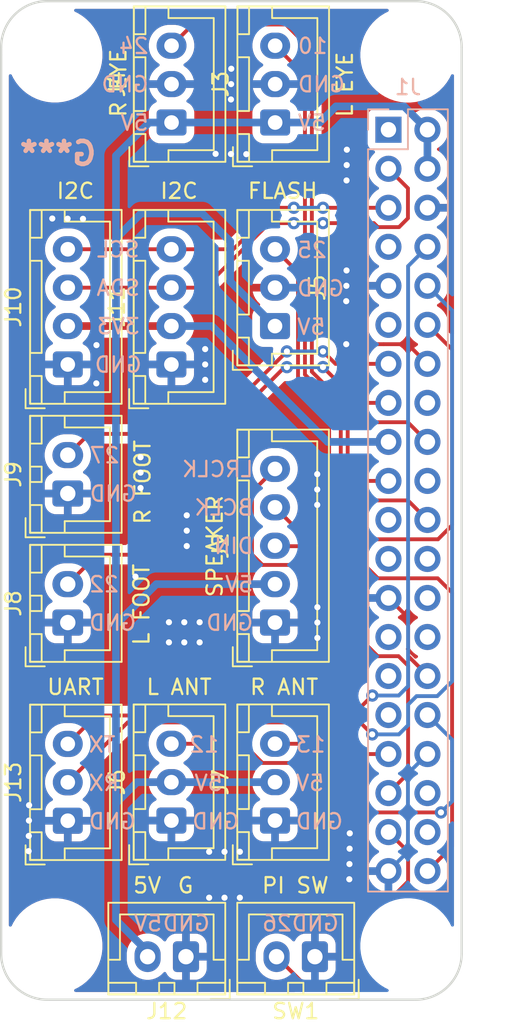
<source format=kicad_pcb>
(kicad_pcb (version 20240108) (generator "pcbnew") (generator_version "8.0")
  (layers (0 "F.Cu" signal) (31 "B.Cu" signal) (34 "B.Paste" user) (35 "F.Paste" user) (36 "B.SilkS" user "B.Silkscreen") (37 "F.SilkS" user "F.Silkscreen") (38 "B.Mask" user) (39 "F.Mask" user) (44 "Edge.Cuts" user))
  (net 0 "")
  (net 1 "+3V3")
  (net 2 "I2S_DIN")
  (net 3 "GND")
  (net 4 "I2S_LRCLK")
  (net 10 "GPIO25")
  (net 11 "RX")
  (net 14 "GPIO13")
  (net 15 "I2S_BCLK")
  (net 16 "GPIO24")
  (net 17 "SCL")
  (net 18 "TX")
  (net 19 "+5V")
  (net 20 "SDA")
  (net 24 "GPIO12")
  (net 25 "GPIO22")
  (net 26 "GPIO27")
  (net 29 "GPIO26")
  (net 30 "GPIO10")
  (footprint "Connector_JST:JST_XH_B3B-XH-A_1x03_P2.50mm_Vertical" (layer "F.Cu") (at 210.15 49.77 90)
    (property "Reference" "J5" (at 2.5 2.75 90) (layer "F.SilkS"))
    (property "Value" "FLASHLIGHT")
    (pad "1" thru_hole roundrect (at 0 0 90) (size 1.7 1.95) (drill 0.95) (layers "*.Cu" "*.Mask") (roundrect_rratio 0.147059) (net 19 "+5V"))
    (pad "2" thru_hole oval (at 2.5 0 90) (size 1.7 1.95) (drill 0.95) (layers "*.Cu" "*.Mask") (net 3 "GND"))
    (pad "3" thru_hole oval (at 5 0 90) (size 1.7 1.95) (drill 0.95) (layers "*.Cu" "*.Mask") (net 10 "GPIO25"))
  )
  (footprint "Connector_JST:JST_XH_B3B-XH-A_1x03_P2.50mm_Vertical" (layer "F.Cu") (at 196.65 81.97 90)
    (property "Reference" "J13" (at 2.5 -3.55 90) (layer "F.SilkS"))
    (property "Value" "UART")
    (pad "1" thru_hole roundrect (at 0 0 90) (size 1.7 1.95) (drill 0.95) (layers "*.Cu" "*.Mask") (roundrect_rratio 0.147059) (net 3 "GND"))
    (pad "2" thru_hole oval (at 2.5 0 90) (size 1.7 1.95) (drill 0.95) (layers "*.Cu" "*.Mask") (net 11 "RX"))
    (pad "3" thru_hole oval (at 5 0 90) (size 1.7 1.95) (drill 0.95) (layers "*.Cu" "*.Mask") (net 18 "TX"))
  )
  (footprint "Connector_JST:JST_XH_B4B-XH-A_1x04_P2.50mm_Vertical" (layer "F.Cu") (at 203.4 52.27 90)
    (property "Reference" "J11" (at 3.75 -3.55 90) (layer "F.SilkS"))
    (property "Value" "I2C_1")
    (pad "1" thru_hole roundrect (at 0 0 90) (size 1.7 1.95) (drill 0.95) (layers "*.Cu" "*.Mask") (roundrect_rratio 0.147059) (net 3 "GND"))
    (pad "2" thru_hole oval (at 2.5 0 90) (size 1.7 1.95) (drill 0.95) (layers "*.Cu" "*.Mask") (net 1 "+3V3"))
    (pad "3" thru_hole oval (at 5 0 90) (size 1.7 1.95) (drill 0.95) (layers "*.Cu" "*.Mask") (net 20 "SDA"))
    (pad "4" thru_hole oval (at 7.5 0 90) (size 1.7 1.95) (drill 0.95) (layers "*.Cu" "*.Mask") (net 17 "SCL"))
  )
  (footprint "lib:MountingHole_2.7mm_M2.5_uHAT_RPi" (layer "F.Cu") (at 195.81 32.12 -90)
    (property "Reference" "H4" (hide yes))
    (property "Value" "MountingHole" (hide yes))
    (pad "" np_thru_hole circle (at 0 0 270) (size 2.7 2.7) (drill 2.7) (layers "F&B.Cu" "*.Mask") (clearance 1.75))
  )
  (footprint "Connector_JST:JST_XH_B2B-XH-A_1x02_P2.50mm_Vertical" (layer "F.Cu") (at 204.35 90.82 180)
    (property "Reference" "J12" (at 1.25 -3.55 0) (layer "F.SilkS"))
    (property "Value" "POWER")
    (pad "1" thru_hole roundrect (at 0 0 180) (size 1.7 2) (drill 1) (layers "*.Cu" "*.Mask") (roundrect_rratio 0.147059) (net 3 "GND"))
    (pad "2" thru_hole oval (at 2.5 0 180) (size 1.7 2) (drill 1) (layers "*.Cu" "*.Mask") (net 19 "+5V"))
  )
  (footprint "Connector_JST:JST_XH_B3B-XH-A_1x03_P2.50mm_Vertical" (layer "F.Cu") (at 210.16 36.52 90)
    (property "Reference" "J3" (at 2.5 -3.55 90) (layer "F.SilkS"))
    (property "Value" "LEFT EYE")
    (pad "1" thru_hole roundrect (at 0 0 90) (size 1.7 1.95) (drill 0.95) (layers "*.Cu" "*.Mask") (roundrect_rratio 0.147059) (net 19 "+5V"))
    (pad "2" thru_hole oval (at 2.5 0 90) (size 1.7 1.95) (drill 0.95) (layers "*.Cu" "*.Mask") (net 3 "GND"))
    (pad "3" thru_hole oval (at 5 0 90) (size 1.7 1.95) (drill 0.95) (layers "*.Cu" "*.Mask") (net 30 "GPIO10"))
  )
  (footprint "lib:MountingHole_2.7mm_M2.5_uHAT_RPi" (layer "F.Cu") (at 218.81 90.12 -90)
    (property "Reference" "H2" (hide yes))
    (property "Value" "MountingHole" (hide yes))
    (pad "" np_thru_hole circle (at 0 0 270) (size 2.7 2.7) (drill 2.7) (layers "F&B.Cu" "*.Mask") (clearance 1.75))
  )
  (footprint "Connector_JST:JST_XH_B5B-XH-A_1x05_P2.50mm_Vertical" (layer "F.Cu") (at 210.15 69.07 90)
    (property "Reference" "J2" (at 5 -3.55 90) (layer "F.SilkS"))
    (property "Value" "Speaker")
    (pad "1" thru_hole roundrect (at 0 0 90) (size 1.7 1.95) (drill 0.95) (layers "*.Cu" "*.Mask") (roundrect_rratio 0.147059) (net 3 "GND"))
    (pad "2" thru_hole oval (at 2.5 0 90) (size 1.7 1.95) (drill 0.95) (layers "*.Cu" "*.Mask") (net 19 "+5V"))
    (pad "3" thru_hole oval (at 5 0 90) (size 1.7 1.95) (drill 0.95) (layers "*.Cu" "*.Mask") (net 2 "I2S_DIN"))
    (pad "4" thru_hole oval (at 7.5 0 90) (size 1.7 1.95) (drill 0.95) (layers "*.Cu" "*.Mask") (net 15 "I2S_BCLK"))
    (pad "5" thru_hole oval (at 10 0 90) (size 1.7 1.95) (drill 0.95) (layers "*.Cu" "*.Mask") (net 4 "I2S_LRCLK"))
  )
  (footprint "Connector_JST:JST_XH_B3B-XH-A_1x03_P2.50mm_Vertical" (layer "F.Cu") (at 203.41 36.52 90)
    (property "Reference" "J4" (at 2.5 -3.55 90) (layer "F.SilkS"))
    (property "Value" "RIGHT EYE")
    (pad "1" thru_hole roundrect (at 0 0 90) (size 1.7 1.95) (drill 0.95) (layers "*.Cu" "*.Mask") (roundrect_rratio 0.147059) (net 19 "+5V"))
    (pad "2" thru_hole oval (at 2.5 0 90) (size 1.7 1.95) (drill 0.95) (layers "*.Cu" "*.Mask") (net 3 "GND"))
    (pad "3" thru_hole oval (at 5 0 90) (size 1.7 1.95) (drill 0.95) (layers "*.Cu" "*.Mask") (net 16 "GPIO24"))
  )
  (footprint "lib:MountingHole_2.7mm_M2.5_uHAT_RPi" (layer "F.Cu") (at 195.81 90.12 -90)
    (property "Reference" "H3" (hide yes))
    (property "Value" "MountingHole" (hide yes))
    (pad "" np_thru_hole circle (at 0 0 270) (size 2.7 2.7) (drill 2.7) (layers "F&B.Cu" "*.Mask") (clearance 1.75))
  )
  (footprint "Connector_JST:JST_XH_B4B-XH-A_1x04_P2.50mm_Vertical" (layer "F.Cu") (at 196.65 52.27 90)
    (property "Reference" "J10" (at 3.75 -3.55 90) (layer "F.SilkS"))
    (property "Value" "I2C_0")
    (pad "1" thru_hole roundrect (at 0 0 90) (size 1.7 1.95) (drill 0.95) (layers "*.Cu" "*.Mask") (roundrect_rratio 0.147059) (net 3 "GND"))
    (pad "2" thru_hole oval (at 2.5 0 90) (size 1.7 1.95) (drill 0.95) (layers "*.Cu" "*.Mask") (net 1 "+3V3"))
    (pad "3" thru_hole oval (at 5 0 90) (size 1.7 1.95) (drill 0.95) (layers "*.Cu" "*.Mask") (net 20 "SDA"))
    (pad "4" thru_hole oval (at 7.5 0 90) (size 1.7 1.95) (drill 0.95) (layers "*.Cu" "*.Mask") (net 17 "SCL"))
  )
  (footprint "Connector_JST:JST_XH_B2B-XH-A_1x02_P2.50mm_Vertical" (layer "F.Cu") (at 212.75 90.82 180)
    (property "Reference" "SW1" (at 1.25 -3.55 0) (layer "F.SilkS"))
    (property "Value" "PI_SW")
    (pad "1" thru_hole roundrect (at 0 0 180) (size 1.7 2) (drill 1) (layers "*.Cu" "*.Mask") (roundrect_rratio 0.147059) (net 3 "GND"))
    (pad "2" thru_hole oval (at 2.5 0 180) (size 1.7 2) (drill 1) (layers "*.Cu" "*.Mask") (net 29 "GPIO26"))
  )
  (footprint "Connector_JST:JST_XH_B3B-XH-A_1x03_P2.50mm_Vertical" (layer "F.Cu") (at 210.15 81.96 90)
    (property "Reference" "J7" (at 2.5 -3.55 90) (layer "F.SilkS"))
    (property "Value" "RIGHT ANTENNA")
    (pad "1" thru_hole roundrect (at 0 0 90) (size 1.7 1.95) (drill 0.95) (layers "*.Cu" "*.Mask") (roundrect_rratio 0.147059) (net 3 "GND"))
    (pad "2" thru_hole oval (at 2.5 0 90) (size 1.7 1.95) (drill 0.95) (layers "*.Cu" "*.Mask") (net 19 "+5V"))
    (pad "3" thru_hole oval (at 5 0 90) (size 1.7 1.95) (drill 0.95) (layers "*.Cu" "*.Mask") (net 14 "GPIO13"))
  )
  (footprint "lib:MountingHole_2.7mm_M2.5_uHAT_RPi" (layer "F.Cu") (at 218.81 32.12 -90)
    (property "Reference" "H1" (hide yes))
    (property "Value" "MountingHole" (hide yes))
    (pad "" np_thru_hole circle (at 0 0 270) (size 2.7 2.7) (drill 2.7) (layers "F&B.Cu" "*.Mask") (clearance 1.75))
  )
  (footprint "Connector_JST:JST_XH_B2B-XH-A_1x02_P2.50mm_Vertical" (layer "F.Cu") (at 196.65 69.07 90)
    (property "Reference" "J8" (at 1.25 -3.55 90) (layer "F.SilkS"))
    (property "Value" "LEFT FOOT")
    (pad "1" thru_hole roundrect (at 0 0 90) (size 1.7 2) (drill 1) (layers "*.Cu" "*.Mask") (roundrect_rratio 0.147059) (net 3 "GND"))
    (pad "2" thru_hole oval (at 2.5 0 90) (size 1.7 2) (drill 1) (layers "*.Cu" "*.Mask") (net 25 "GPIO22"))
  )
  (footprint "Connector_JST:JST_XH_B3B-XH-A_1x03_P2.50mm_Vertical" (layer "F.Cu") (at 203.4 81.96 90)
    (property "Reference" "J6" (at 2.5 -3.55 90) (layer "F.SilkS"))
    (property "Value" "LEFT ANTENNA")
    (pad "1" thru_hole roundrect (at 0 0 90) (size 1.7 1.95) (drill 0.95) (layers "*.Cu" "*.Mask") (roundrect_rratio 0.147059) (net 3 "GND"))
    (pad "2" thru_hole oval (at 2.5 0 90) (size 1.7 1.95) (drill 0.95) (layers "*.Cu" "*.Mask") (net 19 "+5V"))
    (pad "3" thru_hole oval (at 5 0 90) (size 1.7 1.95) (drill 0.95) (layers "*.Cu" "*.Mask") (net 24 "GPIO12"))
  )
  (footprint "Connector_JST:JST_XH_B2B-XH-A_1x02_P2.50mm_Vertical" (layer "F.Cu") (at 196.65 60.67 90)
    (property "Reference" "J9" (at 1.25 -3.55 90) (layer "F.SilkS"))
    (property "Value" "RIGHT FOOT")
    (pad "1" thru_hole roundrect (at 0 0 90) (size 1.7 2) (drill 1) (layers "*.Cu" "*.Mask") (roundrect_rratio 0.147059) (net 3 "GND"))
    (pad "2" thru_hole oval (at 2.5 0 90) (size 1.7 2) (drill 1) (layers "*.Cu" "*.Mask") (net 26 "GPIO27"))
  )
  (footprint "Connector_PinSocket_2.54mm:PinSocket_2x20_P2.54mm_Vertical" (layer "B.Cu") (at 217.54 36.99 180)
    (property "Reference" "J1" (at -1.27 2.77 0) (layer "B.SilkS") (effects (justify mirror)))
    (property "Value" "Raspberry_Pi_2_3")
    (pad "1" thru_hole rect (at 0 0 180) (size 1.7 1.7) (drill 1) (layers "*.Cu" "*.Mask") (net 1 "+3V3"))
    (pad "2" thru_hole oval (at -2.54 0 180) (size 1.7 1.7) (drill 1) (layers "*.Cu" "*.Mask") (net 19 "+5V"))
    (pad "3" thru_hole oval (at 0 -2.54 180) (size 1.7 1.7) (drill 1) (layers "*.Cu" "*.Mask") (net 20 "SDA"))
    (pad "4" thru_hole oval (at -2.54 -2.54 180) (size 1.7 1.7) (drill 1) (layers "*.Cu" "*.Mask") (net 19 "+5V"))
    (pad "5" thru_hole oval (at 0 -5.08 180) (size 1.7 1.7) (drill 1) (layers "*.Cu" "*.Mask") (net 17 "SCL"))
    (pad "6" thru_hole oval (at -2.54 -5.08 180) (size 1.7 1.7) (drill 1) (layers "*.Cu" "*.Mask") (net 3 "GND"))
    (pad "7" thru_hole oval (at 0 -7.62 180) (size 1.7 1.7) (drill 1) (layers "*.Cu" "*.Mask"))
    (pad "8" thru_hole oval (at -2.54 -7.62 180) (size 1.7 1.7) (drill 1) (layers "*.Cu" "*.Mask") (net 18 "TX"))
    (pad "9" thru_hole oval (at 0 -10.16 180) (size 1.7 1.7) (drill 1) (layers "*.Cu" "*.Mask") (net 3 "GND"))
    (pad "10" thru_hole oval (at -2.54 -10.16 180) (size 1.7 1.7) (drill 1) (layers "*.Cu" "*.Mask") (net 11 "RX"))
    (pad "11" thru_hole oval (at 0 -12.7 180) (size 1.7 1.7) (drill 1) (layers "*.Cu" "*.Mask"))
    (pad "12" thru_hole oval (at -2.54 -12.7 180) (size 1.7 1.7) (drill 1) (layers "*.Cu" "*.Mask") (net 15 "I2S_BCLK"))
    (pad "13" thru_hole oval (at 0 -15.24 180) (size 1.7 1.7) (drill 1) (layers "*.Cu" "*.Mask") (net 26 "GPIO27"))
    (pad "14" thru_hole oval (at -2.54 -15.24 180) (size 1.7 1.7) (drill 1) (layers "*.Cu" "*.Mask") (net 3 "GND"))
    (pad "15" thru_hole oval (at 0 -17.78 180) (size 1.7 1.7) (drill 1) (layers "*.Cu" "*.Mask") (net 25 "GPIO22"))
    (pad "16" thru_hole oval (at -2.54 -17.78 180) (size 1.7 1.7) (drill 1) (layers "*.Cu" "*.Mask"))
    (pad "17" thru_hole oval (at 0 -20.32 180) (size 1.7 1.7) (drill 1) (layers "*.Cu" "*.Mask") (net 1 "+3V3"))
    (pad "18" thru_hole oval (at -2.54 -20.32 180) (size 1.7 1.7) (drill 1) (layers "*.Cu" "*.Mask") (net 16 "GPIO24"))
    (pad "19" thru_hole oval (at 0 -22.86 180) (size 1.7 1.7) (drill 1) (layers "*.Cu" "*.Mask") (net 30 "GPIO10"))
    (pad "20" thru_hole oval (at -2.54 -22.86 180) (size 1.7 1.7) (drill 1) (layers "*.Cu" "*.Mask") (net 3 "GND"))
    (pad "21" thru_hole oval (at 0 -25.4 180) (size 1.7 1.7) (drill 1) (layers "*.Cu" "*.Mask"))
    (pad "22" thru_hole oval (at -2.54 -25.4 180) (size 1.7 1.7) (drill 1) (layers "*.Cu" "*.Mask") (net 10 "GPIO25"))
    (pad "23" thru_hole oval (at 0 -27.94 180) (size 1.7 1.7) (drill 1) (layers "*.Cu" "*.Mask"))
    (pad "24" thru_hole oval (at -2.54 -27.94 180) (size 1.7 1.7) (drill 1) (layers "*.Cu" "*.Mask"))
    (pad "25" thru_hole oval (at 0 -30.48 180) (size 1.7 1.7) (drill 1) (layers "*.Cu" "*.Mask") (net 3 "GND"))
    (pad "26" thru_hole oval (at -2.54 -30.48 180) (size 1.7 1.7) (drill 1) (layers "*.Cu" "*.Mask"))
    (pad "27" thru_hole oval (at 0 -33.02 180) (size 1.7 1.7) (drill 1) (layers "*.Cu" "*.Mask"))
    (pad "28" thru_hole oval (at -2.54 -33.02 180) (size 1.7 1.7) (drill 1) (layers "*.Cu" "*.Mask"))
    (pad "29" thru_hole oval (at 0 -35.56 180) (size 1.7 1.7) (drill 1) (layers "*.Cu" "*.Mask"))
    (pad "30" thru_hole oval (at -2.54 -35.56 180) (size 1.7 1.7) (drill 1) (layers "*.Cu" "*.Mask") (net 3 "GND"))
    (pad "31" thru_hole oval (at 0 -38.1 180) (size 1.7 1.7) (drill 1) (layers "*.Cu" "*.Mask"))
    (pad "32" thru_hole oval (at -2.54 -38.1 180) (size 1.7 1.7) (drill 1) (layers "*.Cu" "*.Mask") (net 24 "GPIO12"))
    (pad "33" thru_hole oval (at 0 -40.64 180) (size 1.7 1.7) (drill 1) (layers "*.Cu" "*.Mask") (net 14 "GPIO13"))
    (pad "34" thru_hole oval (at -2.54 -40.64 180) (size 1.7 1.7) (drill 1) (layers "*.Cu" "*.Mask") (net 3 "GND"))
    (pad "35" thru_hole oval (at 0 -43.18 180) (size 1.7 1.7) (drill 1) (layers "*.Cu" "*.Mask") (net 4 "I2S_LRCLK"))
    (pad "36" thru_hole oval (at -2.54 -43.18 180) (size 1.7 1.7) (drill 1) (layers "*.Cu" "*.Mask"))
    (pad "37" thru_hole oval (at 0 -45.72 180) (size 1.7 1.7) (drill 1) (layers "*.Cu" "*.Mask") (net 29 "GPIO26"))
    (pad "38" thru_hole oval (at -2.54 -45.72 180) (size 1.7 1.7) (drill 1) (layers "*.Cu" "*.Mask"))
    (pad "39" thru_hole oval (at 0 -48.26 180) (size 1.7 1.7) (drill 1) (layers "*.Cu" "*.Mask") (net 3 "GND"))
    (pad "40" thru_hole oval (at -2.54 -48.26 180) (size 1.7 1.7) (drill 1) (layers "*.Cu" "*.Mask") (net 2 "I2S_DIN"))
  )
  (footprint "Library:duck" (layer "B.Cu") (at 196.012 38.538 180)
    (property "Reference" "G***" (at 0 0 0) (layer "B.SilkS") (effects (font (size 1.5 1.5) (thickness 0.3)) (justify mirror)))
    (property "Value" "LOGO" (hide yes))
  )
  (gr_line (start 192.31 32.12) (end 192.31 31.62) (stroke (width 0.15)) (layer "Edge.Cuts"))
  (gr_arc (start 195.31 93.62) (mid 193.18868 92.74132) (end 192.31 90.62) (stroke (width 0.15)) (layer "Edge.Cuts"))
  (gr_line (start 222.31 31.62) (end 222.31 90.62) (stroke (width 0.15)) (layer "Edge.Cuts"))
  (gr_line (start 192.31 90.12) (end 192.31 90.62) (stroke (width 0.15)) (layer "Edge.Cuts"))
  (gr_line (start 195.31 28.62) (end 219.31 28.62) (stroke (width 0.15)) (layer "Edge.Cuts"))
  (gr_line (start 192.31 32.12) (end 192.31 90.12) (stroke (width 0.15)) (layer "Edge.Cuts"))
  (gr_arc (start 222.31 90.62) (mid 221.43132 92.74132) (end 219.31 93.62) (stroke (width 0.15)) (layer "Edge.Cuts"))
  (gr_line (start 219.31 93.62) (end 195.31 93.62) (stroke (width 0.15)) (layer "Edge.Cuts"))
  (gr_arc (start 192.31 31.62) (mid 193.18868 29.49868) (end 195.31 28.62) (stroke (width 0.15)) (layer "Edge.Cuts"))
  (gr_arc (start 219.31 28.62) (mid 221.43132 29.49868) (end 222.31 31.62) (stroke (width 0.15)) (layer "Edge.Cuts"))
  (gr_text "GND" (at 201.178095 82.6 0) (layer "B.SilkS") (effects (font (size 1 1)) (justify left bottom mirror)))
  (gr_text "GND" (at 205.99881 89.24 0) (layer "B.SilkS") (effects (font (size 1 1)) (justify left bottom mirror)))
  (gr_text "5V" (at 208.82 67.17175 0) (layer "B.SilkS") (effects (font (size 1 1)) (justify left bottom mirror)))
  (gr_text "TX" (at 199.844762 77.6 0) (layer "B.SilkS") (effects (font (size 1 1)) (justify left bottom mirror)))
  (gr_text "5V" (at 213.56 37.12175 0) (layer "B.SilkS") (effects (font (size 1 1)) (justify left bottom mirror)))
  (gr_text "GND" (at 202 34.62175 0) (layer "B.SilkS") (effects (font (size 1 1)) (justify left bottom mirror)))
  (gr_text "24" (at 202 32.12175 0) (layer "B.SilkS") (effects (font (size 1 1)) (justify left bottom mirror)))
  (gr_text "25" (at 213.605238 45.41 0) (layer "B.SilkS") (effects (font (size 1 1)) (justify left bottom mirror)))
  (gr_text "26" (at 211.327381 89.24 0) (layer "B.SilkS") (effects (font (size 1 1)) (justify left bottom mirror)))
  (gr_text "GND" (at 214.39881 89.24 0) (layer "B.SilkS") (effects (font (size 1 1)) (justify left bottom mirror)))
  (gr_text "GND" (at 207.915238 82.6 0) (layer "B.SilkS") (effects (font (size 1 1)) (justify left bottom mirror)))
  (gr_text "3V3" (at 201.417143 50.37175 0) (layer "B.SilkS") (effects (font (size 1 1)) (justify left bottom mirror)))
  (gr_text "GND" (at 208.82 69.67175 0) (layer "B.SilkS") (effects (font (size 1 1)) (justify left bottom mirror)))
  (gr_text "GND" (at 214.798095 34.62175 0) (layer "B.SilkS") (effects (font (size 1 1)) (justify left bottom mirror)))
  (gr_text "RX" (at 200.082857 80.1 0) (layer "B.SilkS") (effects (font (size 1 1)) (justify left bottom mirror)))
  (gr_text "13" (at 213.527143 77.6 0) (layer "B.SilkS") (effects (font (size 1 1)) (justify left bottom mirror)))
  (gr_text "12" (at 206.581905 77.6 0) (layer "B.SilkS") (effects (font (size 1 1)) (justify left bottom mirror)))
  (gr_text "GND" (at 214.67 82.6 0) (layer "B.SilkS") (effects (font (size 1 1)) (justify left bottom mirror)))
  (gr_text "5V" (at 202.879762 89.24 0) (layer "B.SilkS") (effects (font (size 1 1)) (justify left bottom mirror)))
  (gr_text "GND" (at 201.56 52.87175 0) (layer "B.SilkS") (effects (font (size 1 1)) (justify left bottom mirror)))
  (gr_text "LRCLK" (at 208.82 59.67175 0) (layer "B.SilkS") (effects (font (size 1 1)) (justify left bottom mirror)))
  (gr_text "BCLK" (at 208.82 62.17175 0) (layer "B.SilkS") (effects (font (size 1 1)) (justify left bottom mirror)))
  (gr_text "GND" (at 214.748095 47.91 0) (layer "B.SilkS") (effects (font (size 1 1)) (justify left bottom mirror)))
  (gr_text "22" (at 200.06 67.17 0) (layer "B.SilkS") (effects (font (size 1 1)) (justify left bottom mirror)))
  (gr_text "DIN" (at 208.82 64.67175 0) (layer "B.SilkS") (effects (font (size 1 1)) (justify left bottom mirror)))
  (gr_text "5V" (at 213.51 50.41 0) (layer "B.SilkS") (effects (font (size 1 1)) (justify left bottom mirror)))
  (gr_text "5V" (at 213.431905 80.1 0) (layer "B.SilkS") (effects (font (size 1 1)) (justify left bottom mirror)))
  (gr_text "5V" (at 202 37.12175 0) (layer "B.SilkS") (effects (font (size 1 1)) (justify left bottom mirror)))
  (gr_text "5V" (at 206.82 80.1 0) (layer "B.SilkS") (effects (font (size 1 1)) (justify left bottom mirror)))
  (gr_text "10" (at 213.655238 32.12175 0) (layer "B.SilkS") (effects (font (size 1 1)) (justify left bottom mirror)))
  (gr_text "SDA" (at 201.440952 47.87175 0) (layer "B.SilkS") (effects (font (size 1 1)) (justify left bottom mirror)))
  (gr_text "SCL" (at 201.417143 45.37175 0) (layer "B.SilkS") (effects (font (size 1 1)) (justify left bottom mirror)))
  (gr_text "27" (at 200.097143 58.77175 0) (layer "B.SilkS") (effects (font (size 1 1)) (justify left bottom mirror)))
  (gr_text "GND" (at 201.24 61.27175 0) (layer "B.SilkS") (effects (font (size 1 1)) (justify left bottom mirror)))
  (gr_text "GND" (at 201.202857 69.67 0) (layer "B.SilkS") (effects (font (size 1 1)) (justify left bottom mirror)))
  (gr_text "5V" (at 200.820238 86.77 0) (layer "F.SilkS") (effects (font (size 1 1)) (justify left bottom)))
  (gr_text "L FOOT" (at 202.04 70.64 90) (layer "F.SilkS") (effects (font (size 1 1)) (justify left bottom)))
  (gr_text "I2C" (at 202.585715 41.56 0) (layer "F.SilkS") (effects (font (size 1 1)) (justify left bottom)))
  (gr_text "FLASH" (at 208.288095 41.56 0) (layer "F.SilkS") (effects (font (size 1 1)) (justify left bottom)))
  (gr_text "R ANT" (at 208.430952 73.85 0) (layer "F.SilkS") (effects (font (size 1 1)) (justify left bottom)))
  (gr_text "G" (at 203.725 86.77 0) (layer "F.SilkS") (effects (font (size 1 1)) (justify left bottom)))
  (gr_text "L ANT" (at 201.680952 73.85 0) (layer "F.SilkS") (effects (font (size 1 1)) (justify left bottom)))
  (gr_text "I2C" (at 195.835715 41.56 0) (layer "F.SilkS") (effects (font (size 1 1)) (justify left bottom)))
  (gr_text "SPEAKER" (at 206.81 67.504524 90) (layer "F.SilkS") (effects (font (size 1 1)) (justify left bottom)))
  (gr_text "PI SW" (at 209.208334 86.77 0) (layer "F.SilkS") (effects (font (size 1 1)) (justify left bottom)))
  (gr_text "UART" (at 195.216667 73.85 0) (layer "F.SilkS") (effects (font (size 1 1)) (justify left bottom)))
  (gr_text "L EYE" (at 215.28675 36.264048 90) (layer "F.SilkS") (effects (font (size 1 1)) (justify left bottom)))
  (gr_text "R EYE" (at 200.53675 36.264048 90) (layer "F.SilkS") (effects (font (size 1 1)) (justify left bottom)))
  (gr_text "R FOOT" (at 202.11 62.77 90) (layer "F.SilkS") (effects (font (size 1 1)) (justify left bottom)))
  (segment (start 196.65 49.77) (end 203.4 49.77) (width 0.5) (layer "F.Cu") (net 1))
  (segment (start 213.58 57.31) (end 217.54 57.31) (width 0.5) (layer "B.Cu") (net 1))
  (segment (start 206.04 49.77) (end 213.58 57.31) (width 0.5) (layer "B.Cu") (net 1))
  (segment (start 203.4 49.77) (end 206.04 49.77) (width 0.5) (layer "B.Cu") (net 1))
  (segment (start 220.75 66.19) (end 216.85 66.19) (width 0.25) (layer "F.Cu") (net 2))
  (segment (start 220.08 85.25) (end 221.685 83.645) (width 0.25) (layer "F.Cu") (net 2))
  (segment (start 221.685 83.645) (end 221.685 67.125) (width 0.25) (layer "F.Cu") (net 2))
  (segment (start 214.76 64.1) (end 210.18 64.1) (width 0.25) (layer "F.Cu") (net 2))
  (segment (start 210.18 64.1) (end 210.15 64.07) (width 0.25) (layer "F.Cu") (net 2))
  (segment (start 221.685 67.125) (end 220.75 66.19) (width 0.25) (layer "F.Cu") (net 2))
  (segment (start 216.85 66.19) (end 214.76 64.1) (width 0.25) (layer "F.Cu") (net 2))
  (segment (start 220.08 52.23) (end 218.8 50.95) (width 0.25) (layer "F.Cu") (net 3))
  (segment (start 218.8 50.95) (end 217.22 50.95) (width 0.25) (layer "F.Cu") (net 3))
  (segment (start 218.82 71.243604) (end 220.08 72.503604) (width 0.25) (layer "F.Cu") (net 3))
  (segment (start 218.82 68.75) (end 218.82 71.243604) (width 0.25) (layer "F.Cu") (net 3))
  (segment (start 220.08 72.503604) (end 220.08 72.55) (width 0.25) (layer "F.Cu") (net 3))
  (segment (start 217.22 50.95) (end 215.57 50.95) (width 0.25) (layer "F.Cu") (net 3))
  (segment (start 217.54 67.47) (end 218.82 68.75) (width 0.25) (layer "F.Cu") (net 3))
  (segment (start 215.57 50.95) (end 214.79 50.95) (width 0.25) (layer "F.Cu") (net 3))
  (via (at 214.8 47.15) (size 0.8) (drill 0.4) (layers "F.Cu" "B.Cu") (net 3))
  (via (at 194.13 80.96) (size 0.8) (drill 0.4) (layers "F.Cu" "B.Cu") (net 3))
  (via (at 205.86 83.99) (size 0.8) (drill 0.4) (layers "F.Cu" "B.Cu") (net 3))
  (via (at 206.28 38.56) (size 0.8) (drill 0.4) (layers "F.Cu" "B.Cu") (net 3))
  (via (at 215 84.79) (size 0.8) (drill 0.4) (layers "F.Cu" "B.Cu") (net 3))
  (via (at 207.28 38.57) (size 0.8) (drill 0.4) (layers "F.Cu" "B.Cu") (net 3))
  (via (at 204.24 69.05) (size 0.8) (drill 0.4) (layers "F.Cu" "B.Cu") (net 3))
  (via (at 196.64 42.78) (size 0.8) (drill 0.4) (layers "F.Cu" "B.Cu") (net 3))
  (via (at 207.28 35.02) (size 0.8) (drill 0.4) (layers "F.Cu" "B.Cu") (net 3))
  (via (at 207.29 34.02) (size 0.8) (drill 0.4) (layers "F.Cu" "B.Cu") (net 3))
  (via (at 201.06 66.08) (size 0.8) (drill 0.4) (layers "F.Cu" "B.Cu") (net 3))
  (via (at 205.24 70.36) (size 0.8) (drill 0.4) (layers "F.Cu" "B.Cu") (net 3))
  (via (at 214.99 85.78) (size 0.8) (drill 0.4) (layers "F.Cu" "B.Cu") (net 3))
  (via (at 207.3 33.02) (size 0.8) (drill 0.4) (layers "F.Cu" "B.Cu") (net 3))
  (via (at 214.79 48.15) (size 0.8) (drill 0.4) (layers "F.Cu" "B.Cu") (net 3))
  (via (at 197.64 42.79) (size 0.8) (drill 0.4) (layers "F.Cu" "B.Cu") (net 3))
  (via (at 205.6 53.27) (size 0.8) (drill 0.4) (layers "F.Cu" "B.Cu") (net 3))
  (via (at 214.81 46.15) (size 0.8) (drill 0.4) (layers "F.Cu" "B.Cu") (net 3))
  (via (at 194.11 82.96) (size 0.8) (drill 0.4) (layers "F.Cu" "B.Cu") (net 3))
  (via (at 205.6 51.27) (size 0.8) (drill 0.4) (layers "F.Cu" "B.Cu") (net 3))
  (via (at 207.86 86.98) (size 0.8) (drill 0.4) (layers "F.Cu" "B.Cu") (net 3))
  (via (at 194.12 81.96) (size 0.8) (drill 0.4) (layers "F.Cu" "B.Cu") (net 3))
  (via (at 204.4 63.09) (size 0.8) (drill 0.4) (layers "F.Cu" "B.Cu") (net 3))
  (via (at 212.91 70.07) (size 0.8) (drill 0.4) (layers "F.Cu" "B.Cu") (net 3))
  (via (at 195.64 42.77) (size 0.8) (drill 0.4) (layers "F.Cu" "B.Cu") (net 3))
  (via (at 215.01 83.79) (size 0.8) (drill 0.4) (layers "F.Cu" "B.Cu") (net 3))
  (via (at 201.39 58.31) (size 0.8) (drill 0.4) (layers "F.Cu" "B.Cu") (net 3))
  (via (at 212.91 69.07) (size 0.8) (drill 0.4) (layers "F.Cu" "B.Cu") (net 3))
  (via (at 214.79 50.95) (size 0.8) (drill 0.4) (layers "F.Cu" "B.Cu") (net 3))
  (via (at 204.24 70.36) (size 0.8) (drill 0.4) (layers "F.Cu" "B.Cu") (net 3))
  (via (at 205.86 86.98) (size 0.8) (drill 0.4) (layers "F.Cu" "B.Cu") (net 3))
  (via (at 204.4 64.09) (size 0.8) (drill 0.4) (layers "F.Cu" "B.Cu") (net 3))
  (via (at 203.24 70.36) (size 0.8) (drill 0.4) (layers "F.Cu" "B.Cu") (net 3))
  (via (at 206.86 83.99) (size 0.8) (drill 0.4) (layers "F.Cu" "B.Cu") (net 3))
  (via (at 214.81 40.29) (size 0.8) (drill 0.4) (layers "F.Cu" "B.Cu") (net 3))
  (via (at 212.9 60.41) (size 0.8) (drill 0.4) (layers "F.Cu" "B.Cu") (net 3))
  (via (at 194.1 83.95) (size 0.8) (drill 0.4) (layers "F.Cu" "B.Cu") (net 3))
  (via (at 207.86 83.99) (size 0.8) (drill 0.4) (layers "F.Cu" "B.Cu") (net 3))
  (via (at 205.6 52.27) (size 0.8) (drill 0.4) (layers "F.Cu" "B.Cu") (net 3))
  (via (at 212.9 61.41) (size 0.8) (drill 0.4) (layers "F.Cu" "B.Cu") (net 3))
  (via (at 204.4 62.09) (size 0.8) (drill 0.4) (layers "F.Cu" "B.Cu") (net 3))
  (via (at 205.24 69.05) (size 0.8) (drill 0.4) (layers "F.Cu" "B.Cu") (net 3))
  (via (at 198.52 51.01) (size 0.8) (drill 0.4) (layers "F.Cu" "B.Cu") (net 3))
  (via (at 214.82 39.29) (size 0.8) (drill 0.4) (layers "F.Cu" "B.Cu") (net 3))
  (via (at 201.39 59.31) (size 0.8) (drill 0.4) (layers "F.Cu" "B.Cu") (net 3))
  (via (at 212.91 68.07) (size 0.8) (drill 0.4) (layers "F.Cu" "B.Cu") (net 3))
  (via (at 203.24 69.05) (size 0.8) (drill 0.4) (layers "F.Cu" "B.Cu") (net 3))
  (via (at 208.28 38.58) (size 0.8) (drill 0.4) (layers "F.Cu" "B.Cu") (net 3))
  (via (at 198.51 53.5) (size 0.8) (drill 0.4) (layers "F.Cu" "B.Cu") (net 3))
  (via (at 214.83 38.29) (size 0.8) (drill 0.4) (layers "F.Cu" "B.Cu") (net 3))
  (via (at 201.39 60.31) (size 0.8) (drill 0.4) (layers "F.Cu" "B.Cu") (net 3))
  (via (at 215.02 82.79) (size 0.8) (drill 0.4) (layers "F.Cu" "B.Cu") (net 3))
  (via (at 212.9 59.41) (size 0.8) (drill 0.4) (layers "F.Cu" "B.Cu") (net 3))
  (via (at 206.86 86.98) (size 0.8) (drill 0.4) (layers "F.Cu" "B.Cu") (net 3))
  (segment (start 218.81 83.98) (end 218.81 78.9) (width 0.25) (layer "B.Cu") (net 3))
  (segment (start 217.54 85.25) (end 218.81 83.98) (width 0.25) (layer "B.Cu") (net 3))
  (segment (start 218.81 78.9) (end 220.08 77.63) (width 0.25) (layer "B.Cu") (net 3))
  (segment (start 218.82 78.89) (end 218.82 71.88) (width 0.25) (layer "F.Cu") (net 4))
  (segment (start 209.33 65.32) (end 208.65 64.64) (width 0.25) (layer "F.Cu") (net 4))
  (segment (start 216.165 66.141396) (end 215.343604 65.32) (width 0.25) (layer "F.Cu") (net 4))
  (segment (start 217.54 80.17) (end 218.82 78.89) (width 0.25) (layer "F.Cu") (net 4))
  (segment (start 218.2 71.26) (end 216.84 71.26) (width 0.25) (layer "F.Cu") (net 4))
  (segment (start 208.65 60.57) (end 210.15 59.07) (width 0.25) (layer "F.Cu") (net 4))
  (segment (start 218.82 71.88) (end 218.2 71.26) (width 0.25) (layer "F.Cu") (net 4))
  (segment (start 216.84 71.26) (end 216.165 70.585) (width 0.25) (layer "F.Cu") (net 4))
  (segment (start 215.343604 65.32) (end 209.33 65.32) (width 0.25) (layer "F.Cu") (net 4))
  (segment (start 208.65 64.64) (end 208.65 60.57) (width 0.25) (layer "F.Cu") (net 4))
  (segment (start 216.165 70.585) (end 216.165 66.141396) (width 0.25) (layer "F.Cu") (net 4))
  (segment (start 214.433452 60.179452) (end 214.433452 55.896548) (width 0.25) (layer "F.Cu") (net 10))
  (segment (start 214.433452 55.896548) (end 211.65 53.113097) (width 0.25) (layer "F.Cu") (net 10))
  (segment (start 215.374 61.12) (end 214.433452 60.179452) (width 0.25) (layer "F.Cu") (net 10))
  (segment (start 218.81 61.12) (end 215.374 61.12) (width 0.25) (layer "F.Cu") (net 10))
  (segment (start 220.08 62.39) (end 218.81 61.12) (width 0.25) (layer "F.Cu") (net 10))
  (segment (start 211.65 46.27) (end 210.15 44.77) (width 0.25) (layer "F.Cu") (net 10))
  (segment (start 211.65 53.113097) (end 211.65 46.27) (width 0.25) (layer "F.Cu") (net 10))
  (segment (start 200.55 75.57) (end 196.65 79.47) (width 0.25) (layer "F.Cu") (net 11))
  (segment (start 216.48 76.35) (end 215.7 75.57) (width 0.25) (layer "F.Cu") (net 11))
  (segment (start 215.7 75.57) (end 200.55 75.57) (width 0.25) (layer "F.Cu") (net 11))
  (via (at 216.48 76.35) (size 0.8) (drill 0.4) (layers "F.Cu" "B.Cu") (net 11))
  (segment (start 218.22 76.35) (end 218.82 75.75) (width 0.25) (layer "B.Cu") (net 11))
  (segment (start 218.82 75.75) (end 218.82 74.41) (width 0.25) (layer "B.Cu") (net 11))
  (segment (start 219.37 73.86) (end 220.72 73.86) (width 0.25) (layer "B.Cu") (net 11))
  (segment (start 221.685 48.755) (end 220.08 47.15) (width 0.25) (layer "B.Cu") (net 11))
  (segment (start 220.72 73.86) (end 221.685 72.895) (width 0.25) (layer "B.Cu") (net 11))
  (segment (start 221.685 72.895) (end 221.685 48.755) (width 0.25) (layer "B.Cu") (net 11))
  (segment (start 216.48 76.35) (end 218.22 76.35) (width 0.25) (layer "B.Cu") (net 11))
  (segment (start 218.82 74.41) (end 219.37 73.86) (width 0.25) (layer "B.Cu") (net 11))
  (segment (start 213.44 76.96) (end 210.15 76.96) (width 0.25) (layer "F.Cu") (net 14))
  (segment (start 217.54 77.63) (end 214.11 77.63) (width 0.25) (layer "F.Cu") (net 14))
  (segment (start 214.11 77.63) (end 213.44 76.96) (width 0.25) (layer "F.Cu") (net 14))
  (segment (start 221.685 62.735) (end 220.77 63.65) (width 0.25) (layer "F.Cu") (net 15))
  (segment (start 212.23 63.65) (end 210.15 61.57) (width 0.25) (layer "F.Cu") (net 15))
  (segment (start 220.08 49.69) (end 221.685 51.295) (width 0.25) (layer "F.Cu") (net 15))
  (segment (start 221.685 51.295) (end 221.685 62.735) (width 0.25) (layer "F.Cu") (net 15))
  (segment (start 220.77 63.65) (end 212.23 63.65) (width 0.25) (layer "F.Cu") (net 15))
  (segment (start 212.55 31.83) (end 212.55 52.740305) (width 0.25) (layer "F.Cu") (net 16))
  (segment (start 215.839695 56.03) (end 218.8 56.03) (width 0.25) (layer "F.Cu") (net 16))
  (segment (start 210.86 30.14) (end 212.55 31.83) (width 0.25) (layer "F.Cu") (net 16))
  (segment (start 212.55 52.740305) (end 215.839695 56.03) (width 0.25) (layer "F.Cu") (net 16))
  (segment (start 218.8 56.03) (end 220.08 57.31) (width 0.25) (layer "F.Cu") (net 16))
  (segment (start 203.41 31.52) (end 204.79 30.14) (width 0.25) (layer "F.Cu") (net 16))
  (segment (start 204.79 30.14) (end 210.86 30.14) (width 0.25) (layer "F.Cu") (net 16))
  (segment (start 203.41 31.52) (end 203.64 31.52) (width 0.25) (layer "F.Cu") (net 16))
  (segment (start 211.375 42.07) (end 210.133604 42.07) (width 0.25) (layer "F.Cu") (net 17))
  (segment (start 207.433604 44.77) (end 203.4 44.77) (width 0.25) (layer "F.Cu") (net 17))
  (segment (start 210.133604 42.07) (end 207.433604 44.77) (width 0.25) (layer "F.Cu") (net 17))
  (segment (start 196.65 44.77) (end 203.4 44.77) (width 0.25) (layer "F.Cu") (net 17))
  (segment (start 217.54 42.07) (end 213.275 42.07) (width 0.25) (layer "F.Cu") (net 17))
  (via (at 213.275 42.07) (size 0.8) (drill 0.4) (layers "F.Cu" "B.Cu") (net 17))
  (via (at 211.375 42.07) (size 0.8) (drill 0.4) (layers "F.Cu" "B.Cu") (net 17))
  (segment (start 213.275 42.07) (end 211.375 42.07) (width 0.25) (layer "B.Cu") (net 17))
  (segment (start 215.19 75.12) (end 212.63 75.12) (width 0.25) (layer "F.Cu") (net 18))
  (segment (start 196.65 76.97) (end 198.5 75.12) (width 0.25) (layer "F.Cu") (net 18))
  (segment (start 216.49 73.82) (end 215.19 75.12) (width 0.25) (layer "F.Cu") (net 18))
  (segment (start 200.736396 75.12) (end 212.63 75.12) (width 0.25) (layer "F.Cu") (net 18))
  (segment (start 198.5 75.12) (end 200.736396 75.12) (width 0.25) (layer "F.Cu") (net 18))
  (via (at 216.49 73.82) (size 0.8) (drill 0.4) (layers "F.Cu" "B.Cu") (net 18))
  (segment (start 218.82 70.69) (end 218.82 45.87) (width 0.25) (layer "B.Cu") (net 18))
  (segment (start 218.53 73.5) (end 218.21 73.82) (width 0.25) (layer "B.Cu") (net 18))
  (segment (start 218.21 73.82) (end 216.49 73.82) (width 0.25) (layer "B.Cu") (net 18))
  (segment (start 218.82 45.87) (end 220.08 44.61) (width 0.25) (layer "B.Cu") (net 18))
  (segment (start 218.82 73.21) (end 218.53 73.5) (width 0.25) (layer "B.Cu") (net 18))
  (segment (start 218.82 70.69) (end 218.82 73.21) (width 0.25) (layer "B.Cu") (net 18))
  (segment (start 202.42 66.57) (end 210.15 66.57) (width 0.5) (layer "B.Cu") (net 19))
  (segment (start 199.79 69.2) (end 202.42 66.57) (width 0.5) (layer "B.Cu") (net 19))
  (segment (start 199.79 88.43) (end 199.79 80.83) (width 0.5) (layer "B.Cu") (net 19))
  (segment (start 201.85 90.82) (end 201.85 90.49) (width 0.5) (layer "B.Cu") (net 19))
  (segment (start 201.95 36.52) (end 203.41 36.52) (width 0.5) (layer "B.Cu") (net 19))
  (segment (start 220.08 39.53) (end 220.08 36.99) (width 0.5) (layer "B.Cu") (net 19))
  (segment (start 210.13 49.77) (end 210.15 49.77) (width 0.5) (layer "B.Cu") (net 19))
  (segment (start 199.79 80.83) (end 199.79 69.2) (width 0.5) (layer "B.Cu") (net 19))
  (segment (start 214.12 35.47) (end 218.56 35.47) (width 0.5) (layer "B.Cu") (net 19))
  (segment (start 199.79 80.83) (end 201.16 79.46) (width 0.5) (layer "B.Cu") (net 19))
  (segment (start 210.16 36.52) (end 213.07 36.52) (width 0.5) (layer "B.Cu") (net 19))
  (segment (start 205.41 42.44) (end 207.23 44.26) (width 0.5) (layer "B.Cu") (net 19))
  (segment (start 213.07 36.52) (end 214.12 35.47) (width 0.5) (layer "B.Cu") (net 19))
  (segment (start 199.79 44.07) (end 199.79 38.68) (width 0.5) (layer "B.Cu") (net 19))
  (segment (start 199.79 69.2) (end 199.79 44.07) (width 0.5) (layer "B.Cu") (net 19))
  (segment (start 218.56 35.47) (end 220.08 36.99) (width 0.5) (layer "B.Cu") (net 19))
  (segment (start 201.16 79.46) (end 210.15 79.46) (width 0.5) (layer "B.Cu") (net 19))
  (segment (start 207.23 46.87) (end 210.13 49.77) (width 0.5) (layer "B.Cu") (net 19))
  (segment (start 199.79 38.68) (end 201.95 36.52) (width 0.5) (layer "B.Cu") (net 19))
  (segment (start 207.23 44.26) (end 207.23 46.87) (width 0.5) (layer "B.Cu") (net 19))
  (segment (start 203.41 36.52) (end 210.16 36.52) (width 0.5) (layer "B.Cu") (net 19))
  (segment (start 199.79 44.07) (end 201.42 42.44) (width 0.5) (layer "B.Cu") (net 19))
  (segment (start 201.85 90.49) (end 199.79 88.43) (width 0.5) (layer "B.Cu") (net 19))
  (segment (start 201.42 42.44) (end 205.41 42.44) (width 0.5) (layer "B.Cu") (net 19))
  (segment (start 213.275 43.070003) (end 216.590003 43.070003) (width 0.25) (layer "F.Cu") (net 20))
  (segment (start 218.81 40.8) (end 218.81 42.75) (width 0.25) (layer "F.Cu") (net 20))
  (segment (start 209.45 43.39) (end 209.769997 43.070003) (width 0.25) (layer "F.Cu") (net 20))
  (segment (start 205.57 47.27) (end 209.27 43.57) (width 0.25) (layer "F.Cu") (net 20))
  (segment (start 196.65 47.27) (end 203.4 47.27) (width 0.25) (layer "F.Cu") (net 20))
  (segment (start 209.27 43.57) (end 209.45 43.39) (width 0.25) (layer "F.Cu") (net 20))
  (segment (start 216.590003 43.070003) (end 216.85 43.33) (width 0.25) (layer "F.Cu") (net 20))
  (segment (start 203.4 47.27) (end 205.57 47.27) (width 0.25) (layer "F.Cu") (net 20))
  (segment (start 218.81 42.75) (end 218.23 43.33) (width 0.25) (layer "F.Cu") (net 20))
  (segment (start 217.54 39.53) (end 218.81 40.8) (width 0.25) (layer "F.Cu") (net 20))
  (segment (start 218.23 43.33) (end 216.85 43.33) (width 0.25) (layer "F.Cu") (net 20))
  (segment (start 209.769997 43.070003) (end 211.375 43.070003) (width 0.25) (layer "F.Cu") (net 20))
  (via (at 213.275 43.070003) (size 0.8) (drill 0.4) (layers "F.Cu" "B.Cu") (net 20))
  (via (at 211.375 43.070003) (size 0.8) (drill 0.4) (layers "F.Cu" "B.Cu") (net 20))
  (segment (start 211.375 43.070003) (end 213.275 43.070003) (width 0.25) (layer "B.Cu") (net 20))
  (segment (start 203.4 76.96) (end 208.08 76.96) (width 0.25) (layer "F.Cu") (net 24))
  (segment (start 211.47 78.21) (end 209.33 78.21) (width 0.25) (layer "F.Cu") (net 24))
  (segment (start 208.08 76.96) (end 209.33 78.21) (width 0.25) (layer "F.Cu") (net 24))
  (segment (start 220.96 81.43) (end 214.69 81.43) (width 0.25) (layer "F.Cu") (net 24))
  (segment (start 214.69 81.43) (end 211.47 78.21) (width 0.25) (layer "F.Cu") (net 24))
  (via (at 220.96 81.43) (size 0.8) (drill 0.4) (layers "F.Cu" "B.Cu") (net 24))
  (segment (start 221.685 76.695) (end 221.685 78.11) (width 0.25) (layer "B.Cu") (net 24))
  (segment (start 220.08 75.09) (end 221.685 76.695) (width 0.25) (layer "B.Cu") (net 24))
  (segment (start 221.685 80.705) (end 220.96 81.43) (width 0.25) (layer "B.Cu") (net 24))
  (segment (start 221.685 78.11) (end 221.685 80.705) (width 0.25) (layer "B.Cu") (net 24))
  (segment (start 202.85 62.58) (end 202.8 62.58) (width 0.25) (layer "F.Cu") (net 25))
  (segment (start 202.8 62.58) (end 200.725 64.655) (width 0.25) (layer "F.Cu") (net 25))
  (segment (start 210.774696 52.445304) (end 202.85 60.37) (width 0.25) (layer "F.Cu") (net 25))
  (segment (start 200.725 64.655) (end 198.565 64.655) (width 0.25) (layer "F.Cu") (net 25))
  (segment (start 215.605 54.77) (end 217.54 54.77) (width 0.25) (layer "F.Cu") (net 25))
  (segment (start 198.565 64.655) (end 196.65 66.57) (width 0.25) (layer "F.Cu") (net 25))
  (segment (start 202.85 60.37) (end 202.85 62.58) (width 0.25) (layer "F.Cu") (net 25))
  (segment (start 213.275 52.44) (end 215.605 54.77) (width 0.25) (layer "F.Cu") (net 25))
  (segment (start 210.925001 52.445304) (end 210.774696 52.445304) (width 0.25) (layer "F.Cu") (net 25))
  (via (at 210.925001 52.445304) (size 0.8) (drill 0.4) (layers "F.Cu" "B.Cu") (net 25))
  (via (at 213.275 52.44) (size 0.8) (drill 0.4) (layers "F.Cu" "B.Cu") (net 25))
  (segment (start 210.925001 52.445304) (end 213.269696 52.445304) (width 0.25) (layer "B.Cu") (net 25))
  (segment (start 213.269696 52.445304) (end 213.275 52.44) (width 0.25) (layer "B.Cu") (net 25))
  (segment (start 205.555 56.79) (end 198.03 56.79) (width 0.25) (layer "F.Cu") (net 26))
  (segment (start 198.03 56.79) (end 196.65 58.17) (width 0.25) (layer "F.Cu") (net 26))
  (segment (start 214.090305 52.23) (end 217.54 52.23) (width 0.25) (layer "F.Cu") (net 26))
  (segment (start 213.280305 51.42) (end 214.090305 52.23) (width 0.25) (layer "F.Cu") (net 26))
  (segment (start 210.925 51.42) (end 205.555 56.79) (width 0.25) (layer "F.Cu") (net 26))
  (segment (start 213.275 51.42) (end 213.280305 51.42) (width 0.25) (layer "F.Cu") (net 26))
  (via (at 210.925 51.42) (size 0.8) (drill 0.4) (layers "F.Cu" "B.Cu") (net 26))
  (via (at 213.275 51.42) (size 0.8) (drill 0.4) (layers "F.Cu" "B.Cu") (net 26))
  (segment (start 210.925 51.42) (end 213.275 51.42) (width 0.25) (layer "B.Cu") (net 26))
  (segment (start 215.38 88.71) (end 215.38 91.48) (width 0.25) (layer "F.Cu") (net 29))
  (segment (start 217.26 86.83) (end 215.38 88.71) (width 0.25) (layer "F.Cu") (net 29))
  (segment (start 212.15 92.72) (end 210.25 90.82) (width 0.25) (layer "F.Cu") (net 29))
  (segment (start 217.91 86.83) (end 217.26 86.83) (width 0.25) (layer "F.Cu") (net 29))
  (segment (start 218.82 83.99) (end 218.82 85.92) (width 0.25) (layer "F.Cu") (net 29))
  (segment (start 218.82 85.92) (end 217.91 86.83) (width 0.25) (layer "F.Cu") (net 29))
  (segment (start 217.54 82.71) (end 218.82 83.99) (width 0.25) (layer "F.Cu") (net 29))
  (segment (start 215.38 91.48) (end 214.14 92.72) (width 0.25) (layer "F.Cu") (net 29))
  (segment (start 214.14 92.72) (end 212.15 92.72) (width 0.25) (layer "F.Cu") (net 29))
  (segment (start 210.16 31.52) (end 210.386396 31.52) (width 0.25) (layer "F.Cu") (net 30))
  (segment (start 210.16 31.52) (end 212.1 33.46) (width 0.25) (layer "F.Cu") (net 30))
  (segment (start 214.883452 59.298) (end 214.883452 55.710152) (width 0.25) (layer "F.Cu") (net 30))
  (segment (start 214.883452 55.710152) (end 214.76665 55.59335) (width 0.25) (layer "F.Cu") (net 30))
  (segment (start 212.1 52.926701) (end 214.76665 55.59335) (width 0.25) (layer "F.Cu") (net 30))
  (segment (start 215.435452 59.85) (end 214.883452 59.298) (width 0.25) (layer "F.Cu") (net 30))
  (segment (start 217.54 59.85) (end 215.435452 59.85) (width 0.25) (layer "F.Cu") (net 30))
  (segment (start 212.1 33.46) (end 212.1 52.926701) (width 0.25) (layer "F.Cu") (net 30))
  (zone (net 3) (net_name "GND") (layers "F&B.Cu") (connect_pads (clearance 0.508)) (min_thickness 0.2) (fill yes (thermal_gap 0.5) (thermal_bridge_width 0.5))
    (polygon (pts (arc (start 222.31 31.62) (mid 221.43132 29.49868) (end 219.31 28.62)) (arc (start 195.31 28.62) (mid 193.18868 29.49868) (end 192.31 31.62)) (xy 192.31 32.12) (xy 192.31 90.12) (arc (start 192.31 90.62) (mid 193.18868 92.74132) (end 195.31 93.62)) (arc (start 219.31 93.62) (mid 221.43132 92.74132) (end 222.31 90.62))))
  )
)
</source>
